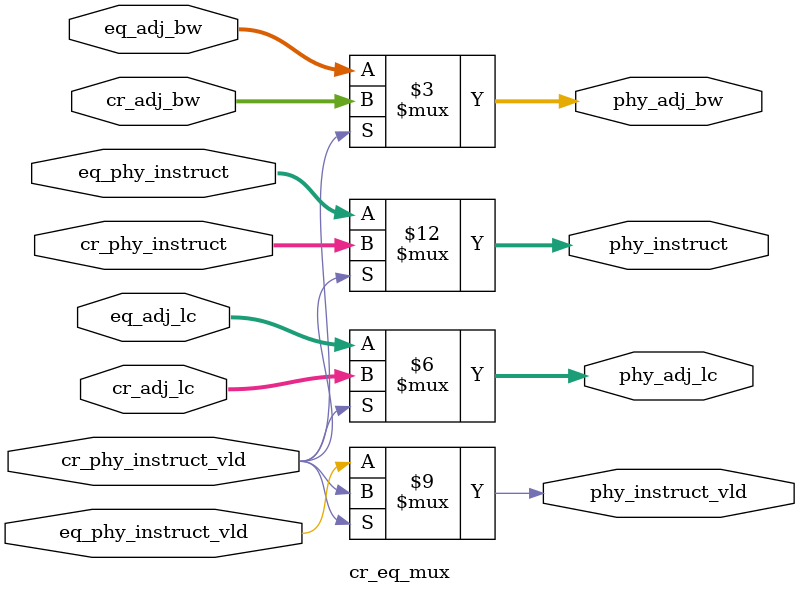
<source format=sv>

`default_nettype none
module cr_eq_mux 
(
  ////////////////// Inputs //////////////////
  input wire  [1:0]  cr_phy_instruct,
  input wire         cr_phy_instruct_vld,
  input wire  [1:0]  cr_adj_lc, 
  input wire  [7:0]  cr_adj_bw,
  input wire  [1:0]  eq_adj_lc,
  input wire  [7:0]  eq_adj_bw,
  input wire  [1:0]  eq_phy_instruct,
  input wire         eq_phy_instruct_vld, 

  ////////////////// Outputs //////////////////
  output reg  [1:0]  phy_instruct,
  output reg         phy_instruct_vld,
  output reg  [1:0]  phy_adj_lc, 
  output reg  [7:0]  phy_adj_bw
);

always @(*) begin
  if (cr_phy_instruct_vld)
    begin
      phy_instruct     = cr_phy_instruct;
      phy_instruct_vld = cr_phy_instruct_vld;
      phy_adj_lc       = cr_adj_lc;
      phy_adj_bw       = cr_adj_bw;
    end
  else
    begin
      phy_instruct     = eq_phy_instruct;
      phy_instruct_vld = eq_phy_instruct_vld;
      phy_adj_lc       = eq_adj_lc;
      phy_adj_bw       = eq_adj_bw;
    end    
end

endmodule
`resetall
</source>
